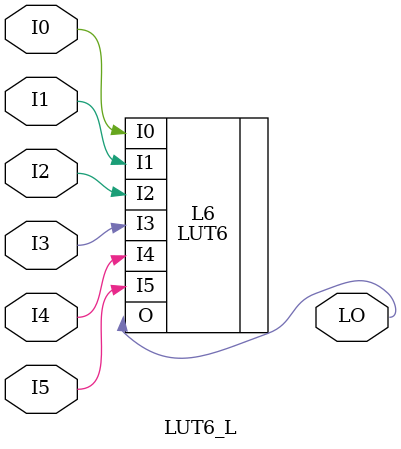
<source format=v>

`timescale  1 ps / 1 ps


module LUT6_L (LO, I0, I1, I2, I3, I4, I5);

    parameter [63:0] INIT = 64'h0000000000000000;

    input I0, I1, I2, I3, I4, I5;

    output LO;
    
    wire LO;

    LUT6 #(.INIT(INIT)) L6 (.O(LO), .I0(I0), .I1(I1), .I2(I2), .I3(I3), .I4(I4), .I5(I5));

endmodule



</source>
